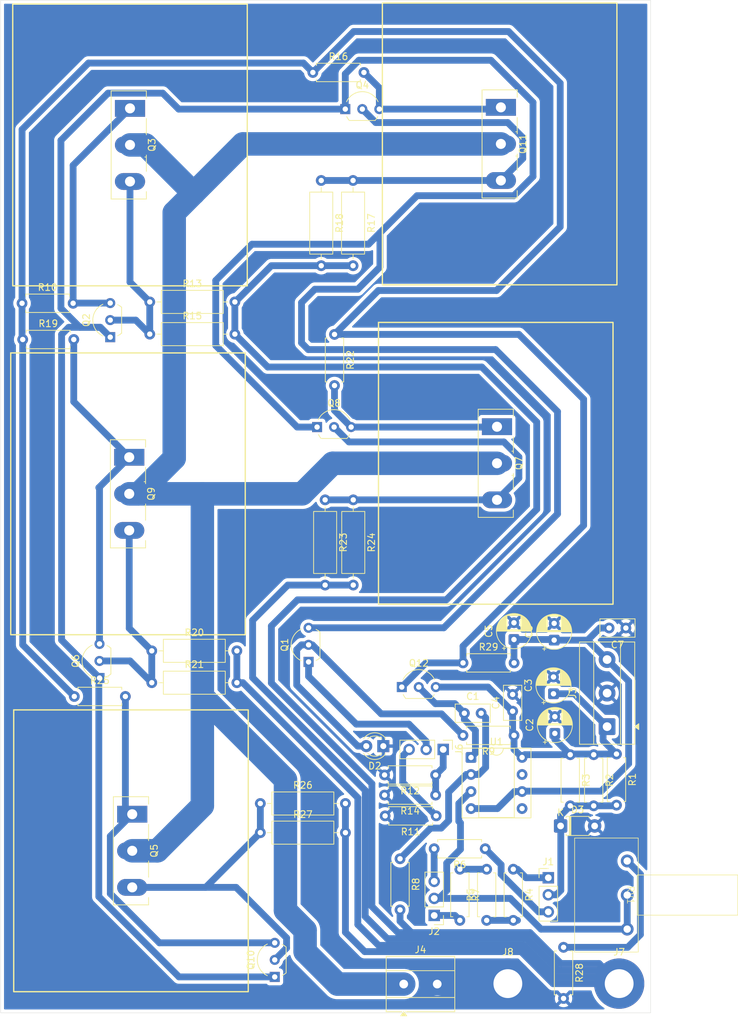
<source format=kicad_pcb>
(kicad_pcb (version 20241229) (generator "pcbnew") (generator_version "9.0")
  (layers (0 "F.Cu" signal) (2 "B.Cu" signal) (13 "F.Paste" user) (15 "B.Paste" user) (5 "F.SilkS" user "F.Silkscreen") (7 "B.SilkS" user "B.Silkscreen") (1 "F.Mask" user) (3 "B.Mask" user) (25 "Edge.Cuts" user))
  (net 0 "")
  (net 1 "/B")
  (net 2 "Net-(U1A--)")
  (net 3 "VCC")
  (net 4 "GND")
  (net 5 "Net-(D2-A)")
  (net 6 "Net-(D3-K)")
  (net 7 "Net-(J1-Pin_1)")
  (net 8 "Net-(J1-Pin_3)")
  (net 9 "Net-(J2-Pin_2)")
  (net 10 "Net-(J2-Pin_1)")
  (net 11 "Net-(J2-Pin_3)")
  (net 12 "SRC+")
  (net 13 "Net-(C1-Pad1)")
  (net 14 "Net-(Q5-B)")
  (net 15 "Net-(J6-Pin_3)")
  (net 16 "Net-(J6-Pin_2)")
  (net 17 "Net-(J6-Pin_1)")
  (net 18 "/E")
  (net 19 "Net-(Q1-Pad3)")
  (net 20 "Net-(Q3-E)")
  (net 21 "Net-(Q3-B)")
  (net 22 "Net-(Q11-B)")
  (net 23 "Net-(Q11-E)")
  (net 24 "Net-(Q9-E)")
  (net 25 "Net-(Q9-B)")
  (net 26 "Net-(Q7-E)")
  (net 27 "Net-(Q7-B)")
  (net 28 "Net-(R4-Pad2)")
  (net 29 "Net-(R5-Pad2)")
  (net 30 "Net-(R28-Pad1)")
  (net 32 "Net-(Q5-E)")
  (net 33 "VSS")
  (footprint "Resistor_THT:R_Axial_DIN0309_L9.0mm_D3.2mm_P12.70mm_Horizontal" (layer "F.Cu") (at 77.31825 90.7 -90)
    (property "Reference" "R23")
    (property "Value" "0.5")
  )
  (footprint "Resistor_THT:R_Axial_DIN0207_L6.3mm_D2.5mm_P7.62mm_Horizontal" (layer "F.Cu") (at 97.425 145.75 -90)
    (property "Reference" "R7")
    (property "Value" "220")
  )
  (footprint "TerminalBlock_MetzConnect:TerminalBlock_MetzConnect_Type055_RT01502HDWU_1x02_P5.00mm_Horizontal" (layer "F.Cu") (at 89.05 162.8675)
    (property "Reference" "J4")
    (property "Value" "Screw_Terminal_01x02")
  )
  (footprint "Resistor_THT:R_Axial_DIN0309_L9.0mm_D3.2mm_P12.70mm_Horizontal" (layer "F.Cu") (at 51.15 66)
    (property "Reference" "R15")
    (property "Value" "0.5")
  )
  (footprint "Resistor_THT:R_Axial_DIN0207_L6.3mm_D2.5mm_P7.62mm_Horizontal" (layer "F.Cu") (at 88.5 144.19 -90)
    (property "Reference" "R8")
    (property "Value" "2.2k")
  )
  (footprint "Package_TO_SOT_THT:TO-92L_Inline_Wide" (layer "F.Cu") (at 76.11825 79.85)
    (property "Reference" "Q8")
    (property "Value" "2N2222A")
  )
  (footprint "Capacitor_THT:C_Disc_D5.0mm_W2.5mm_P2.50mm" (layer "F.Cu") (at 98.1 122.5)
    (property "Reference" "C1")
    (property "Value" "1n")
  )
  (footprint "Resistor_THT:R_Axial_DIN0207_L6.3mm_D2.5mm_P7.62mm_Horizontal" (layer "F.Cu") (at 93.81 131.7 180)
    (property "Reference" "R12")
    (property "Value" "4.7")
  )
  (footprint "Resistor_THT:R_Axial_DIN0207_L6.3mm_D2.5mm_P7.62mm_Horizontal" (layer "F.Cu") (at 75.49 27)
    (property "Reference" "R16")
    (property "Value" "220")
  )
  (footprint "Resistor_THT:R_Axial_DIN0207_L6.3mm_D2.5mm_P7.62mm_Horizontal" (layer "F.Cu") (at 93.89 137.8 180)
    (property "Reference" "R11")
    (property "Value" "33")
  )
  (footprint "Resistor_THT:R_Axial_DIN0309_L9.0mm_D3.2mm_P12.70mm_Horizontal" (layer "F.Cu") (at 81.488612 43.099999 -90)
    (property "Reference" "R17")
    (property "Value" "0.5")
  )
  (footprint "MountingHole:MountingHole_4.3mm_M4_DIN965_Pad" (layer "F.Cu") (at 121.2 162.8)
    (property "Reference" "J7")
    (property "Value" "LOAD+")
  )
  (footprint "Resistor_THT:R_Axial_DIN0309_L9.0mm_D3.2mm_P12.70mm_Horizontal" (layer "F.Cu") (at 67.649135 140.3)
    (property "Reference" "R27")
    (property "Value" "0.5")
  )
  (footprint "Resistor_THT:R_Axial_DIN0207_L6.3mm_D2.5mm_P7.62mm_Horizontal" (layer "F.Cu") (at 97.9 115)
    (property "Reference" "R29")
    (property "Value" "100k")
  )
  (footprint "Resistor_THT:R_Axial_DIN0309_L9.0mm_D3.2mm_P12.70mm_Horizontal" (layer "F.Cu") (at 51.45 113.2)
    (property "Reference" "R20")
    (property "Value" "0.5")
  )
  (footprint "Resistor_THT:R_Axial_DIN0207_L6.3mm_D2.5mm_P7.62mm_Horizontal" (layer "F.Cu") (at 93.81 134.7 180)
    (property "Reference" "R14")
    (property "Value" "4.7")
  )
  (footprint "LED_THT:LED_D3.0mm" (layer "F.Cu") (at 86 127.4 180)
    (property "Reference" "D2")
    (property "Value" "LED")
  )
  (footprint "Capacitor_THT:CP_Radial_D5.0mm_P2.50mm" (layer "F.Cu") (at 111.5 111.605113 90)
    (property "Reference" "C6")
    (property "Value" "10u")
  )
  (footprint "Resistor_THT:R_Axial_DIN0207_L6.3mm_D2.5mm_P7.62mm_Horizontal" (layer "F.Cu") (at 113.9 128.68 -90)
    (property "Reference" "R3")
    (property "Value" "470")
  )
  (footprint "Connector_PinHeader_2.54mm:PinHeader_1x03_P2.54mm_Vertical" (layer "F.Cu") (at 94.94 127.9 -90)
    (property "Reference" "J6")
    (property "Value" "Conn_01x03_Pin")
  )
  (footprint "Resistor_THT:R_Axial_DIN0309_L9.0mm_D3.2mm_P12.70mm_Horizontal" (layer "F.Cu") (at 81.51825 90.7 -90)
    (property "Reference" "R24")
    (property "Value" "0.5")
  )
  (footprint "TerminalBlock_MetzConnect:TerminalBlock_MetzConnect_Type055_RT01503HDWU_1x03_P5.00mm_Horizontal" (layer "F.Cu") (at 119.4 124.5 90)
    (property "Reference" "J3")
    (property "Value" "Screw_Terminal_01x03")
  )
  (footprint "Capacitor_THT:CP_Radial_D5.0mm_P2.50mm" (layer "F.Cu") (at 111.4 119.6 90)
    (property "Reference" "C3")
    (property "Value" "10u")
  )
  (footprint "Resistor_THT:R_Axial_DIN0309_L9.0mm_D3.2mm_P12.70mm_Horizontal" (layer "F.Cu") (at 76.738612 43.099999 -90)
    (property "Reference" "R18")
    (property "Value" "0.5")
  )
  (footprint "Package_TO_SOT_THT:TO-92L_Inline_Wide" (layer "F.Cu") (at 45.25 66.45 90)
    (property "Reference" "Q2")
    (property "Value" "2N2222A")
  )
  (footprint "Capacitor_THT:C_Disc_D5.0mm_W2.5mm_P2.50mm" (layer "F.Cu") (at 122.2 109.8 180)
    (property "Reference" "C7")
    (property "Value" "100n")
  )
  (footprint "Resistor_THT:R_Axial_DIN0309_L9.0mm_D3.2mm_P12.70mm_Horizontal" (layer "F.Cu") (at 67.649135 135.953349)
    (property "Reference" "R26")
    (property "Value" "0.5")
  )
  (footprint "Package_TO_SOT_THT:TO-247-3_Vertical" (layer "F.Cu") (at 103.549517 32.199999 -90)
    (property "Reference" "Q11")
    (property "Value" "TIP142")
  )
  (footprint "Package_TO_SOT_THT:TO-247-3_Vertical" (layer "F.Cu") (at 48.531152 137.553349 -90)
    (property "Reference" "Q5")
    (property "Value" "TIP142")
  )
  (footprint "Resistor_THT:R_Axial_DIN0207_L6.3mm_D2.5mm_P7.62mm_Horizontal" (layer "F.Cu") (at 78.71825 66.04 -90)
    (property "Reference" "R22")
    (property "Value" "220")
  )
  (footprint "Resistor_THT:R_Axial_DIN0309_L9.0mm_D3.2mm_P12.70mm_Horizontal" (layer "F.Cu") (at 51.15 61.2)
    (property "Reference" "R13")
    (property "Value" "0.5")
  )
  (footprint "Resistor_THT:R_Axial_DIN0207_L6.3mm_D2.5mm_P7.62mm_Horizontal" (layer "F.Cu") (at 105.4 145.75 -90)
    (property "Reference" "R4")
    (property "Value" "3.3k")
  )
  (footprint "Package_DIP:DIP-8_W7.62mm_Socket" (layer "F.Cu") (at 99.09 129.09)
    (property "Reference" "U1")
    (property "Value" "LM358")
  )
  (footprint "Package_TO_SOT_THT:TO-247-3_Vertical" (layer "F.Cu") (at 48.085 84.35 -90)
    (property "Reference" "Q9")
    (property "Value" "TIP142")
  )
  (footprint "Resistor_THT:R_Axial_DIN0207_L6.3mm_D2.5mm_P7.62mm_Horizontal" (layer "F.Cu") (at 39.89 120)
    (property "Reference" "R25")
    (property "Value" "220")
  )
  (footprint "Resistor_THT:R_Axial_DIN0207_L6.3mm_D2.5mm_P7.62mm_Horizontal" (layer "F.Cu") (at 101.425 153.37 90)
    (property "Reference" "R5")
    (property "Value" "3.3k")
  )
  (footprint "Diode_THT:D_T-1_P5.08mm_Horizontal" (layer "F.Cu") (at 112.46 139.3)
    (property "Reference" "D3")
    (property "Value" "BZX85C3V3")
  )
  (footprint "Package_TO_SOT_THT:TO-247-3_Vertical" (layer "F.Cu") (at 48.2 32.35 -90)
    (property "Reference" "Q3")
    (property "Value" "TIP142")
  )
  (footprint "Capacitor_THT:C_Disc_D5.0mm_W2.5mm_P2.50mm" (layer "F.Cu") (at 105.3 122.2 90)
    (property "Reference" "C4")
    (property "Value" "100n")
  )
  (footprint "Resistor_THT:R_Axial_DIN0207_L6.3mm_D2.5mm_P7.62mm_Horizontal" (layer "F.Cu") (at 101.21 142.7 180)
    (property "Reference" "R6")
    (property "Value" "39k")
  )
  (footprint "Connector_PinHeader_2.54mm:PinHeader_1x03_P2.54mm_Vertical" (layer "F.Cu") (at 110.625 147.02)
    (property "Reference" "J1")
    (property "Value" "Conn_01x03_Pin")
  )
  (footprint "Resistor_THT:R_Axial_DIN0309_L9.0mm_D3.2mm_P12.70mm_Horizontal" (layer "F.Cu") (at 51.45 117.95)
    (property "Reference" "R21")
    (property "Value" "0.5")
  )
  (footprint "Connector_PinHeader_2.54mm:PinHeader_1x03_P2.54mm_Vertical" (layer "F.Cu") (at 93.6 152.64 180)
    (property "Reference" "J2")
    (property "Value" "Conn_01x03_Pin")
  )
  (footprint "Resistor_THT:R_Axial_DIN0207_L6.3mm_D2.5mm_P7.62mm_Horizontal" (layer "F.Cu") (at 117.4 128.68 -90)
    (property "Reference" "R2")
    (property "Value" "470")
  )
  (footprint "Package_TO_SOT_THT:TO-92L_Inline_Wide" (layer "F.Cu") (at 80.33 32.46)
    (property "Reference" "Q4")
    (property "Value" "2N2222A")
  )
  (footprint "Package_TO_SOT_THT:TO-92L_Inline_Wide" (layer "F.Cu") (at 88.76 118.6)
    (property "Reference" "Q12")
    (property "Value" "2N2222A")
  )
  (footprint "Package_TO_SOT_THT:TO-92L_Inline_Wide" (layer "F.Cu") (at 69.8 161.8 90)
    (property "Reference" "Q10")
    (property "Value" "2N2222A")
  )
  (footprint "Resistor_THT:R_Axial_DIN0207_L6.3mm_D2.5mm_P7.62mm_Horizontal" (layer "F.Cu") (at 112.9 157.39 -90)
    (property "Reference" "R28")
    (property "Value" "360")
  )
  (footprint "Resistor_THT:R_Axial_DIN0207_L6.3mm_D2.5mm_P7.62mm_Horizontal" (layer "F.Cu") (at 105.51 125.8 180)
    (property "Reference" "R9")
    (property "Value" "470")
  )
  (footprint "Resistor_THT:R_Axial_DIN0207_L6.3mm_D2.5mm_P7.62mm_Horizontal" (layer "F.Cu") (at 32.19 66.8)
    (property "Reference" "R19")
    (property "Value" "220")
  )
  (footprint "Resistor_THT:R_Axial_DIN0207_L6.3mm_D2.5mm_P7.62mm_Horizontal" (layer "F.Cu") (at 120.8 128.58 -90)
    (property "Reference" "R1")
    (property "Value" "470")
  )
  (footprint "Resistor_THT:R_Axial_DIN0207_L6.3mm_D2.5mm_P7.62mm_Horizontal" (layer "F.Cu") (at 32.09 61.4)
    (property "Reference" "R10")
    (property "Value" "220")
  )
  (footprint "Capacitor_THT:CP_Radial_D5.0mm_P2.50mm" (layer "F.Cu") (at 105.5 111.515113 90)
    (property "Reference" "C5")
    (property "Value" "100u")
  )
  (footprint "Package_TO_SOT_THT:TO-247-3_Vertical" (layer "F.Cu") (at 102.969878 79.8 -90)
    (property "Reference" "Q7")
    (property "Value" "TIP142")
  )
  (footprint "Capacitor_THT:CP_Radial_D5.0mm_P2.50mm" (layer "F.Cu") (at 111.6 125.505113 90)
    (property "Reference" "C2")
    (property "Value" "100u")
  )
  (footprint "Kicad_TitoSync_Footprints:Potentiometer" (layer "F.Cu") (at 122.4 149.6 -90)
    (property "Reference" "RV1")
    (property "Value" "10k")
  )
  (footprint "Package_TO_SOT_THT:TO-92L_Inline_Wide" (layer "F.Cu") (at 74.85 114.85 90)
    (property "Reference" "Q1")
    (property "Value" "2N2222A")
  )
  (footprint "Package_TO_SOT_THT:TO-92L_Inline_Wide" (layer "F.Cu") (at 43.65 117.25 90)
    (property "Reference" "Q6")
    (property "Value" "2N2222A")
  )
  (footprint "MountingHole:MountingHole_4.3mm_M4_DIN965_Pad" (layer "F.Cu") (at 104.589775 162.8)
    (property "Reference" "J8")
    (property "Value" "LOAD-")
  )
  (gr_rect (start 30.846152 122.003349) (end 65.846152 164.003349) (stroke (width 0.2)) (fill no) (layer "F.SilkS"))
  (gr_rect (start 30.4 68.8) (end 65.4 110.8) (stroke (width 0.2)) (fill no) (layer "F.SilkS"))
  (gr_rect (start 85.284878 64.25) (end 120.284878 106.25) (stroke (width 0.2)) (fill no) (layer "F.SilkS"))
  (gr_rect (start 85.864517 16.649999) (end 120.864517 58.649999) (stroke (width 0.2)) (fill no) (layer "F.SilkS"))
  (gr_rect (start 30.7 16.8) (end 65.7 58.8) (stroke (width 0.2)) (fill no) (layer "F.SilkS"))
  (gr_rect (start 28.9 16.25) (end 125.9 167.15) (stroke (width 0.05)) (fill no) (layer "Edge.Cuts"))
  (segment (start 32.09 61.4) (end 32.09 35.51) (width 1.016) (layer "B.Cu") (net 1))
  (segment (start 39.89 120) (end 32.19 112.3) (width 1.016) (layer "B.Cu") (net 1))
  (segment (start 32.19 112.3) (end 32.19 66.8) (width 1.016) (layer "B.Cu") (net 1))
  (segment (start 115.9 75.7) (end 106.24 66.04) (width 1.016) (layer "B.Cu") (net 1))
  (segment (start 102.9 59.5) (end 112.4 50) (width 1.016) (layer "B.Cu") (net 1))
  (segment (start 112.4 50) (end 112.4 28.6) (width 1.016) (layer "B.Cu") (net 1))
  (segment (start 106.24 66.04) (end 78.71825 66.04) (width 1.016) (layer "B.Cu") (net 1))
  (segment (start 32.09 35.51) (end 42 25.6) (width 1.016) (layer "B.Cu") (net 1))
  (segment (start 92.36 115) (end 97.9 115) (width 1.016) (layer "B.Cu") (net 1))
  (segment (start 42 25.6) (end 74.09 25.6) (width 1.016) (layer "B.Cu") (net 1))
  (segment (start 112.4 28.6) (end 104.7 20.9) (width 1.016) (layer "B.Cu") (net 1))
  (segment (start 115.9 94.5) (end 115.9 75.7) (width 1.016) (layer "B.Cu") (net 1))
  (segment (start 81.59 20.9) (end 75.49 27) (width 1.016) (layer "B.Cu") (net 1))
  (segment (start 78.71825 66.04) (end 85.25825 59.5) (width 1.016) (layer "B.Cu") (net 1))
  (segment (start 32.09 61.4) (end 32.09 66.7) (width 1.016) (layer "B.Cu") (net 1))
  (segment (start 88.76 118.6) (end 92.36 115) (width 1.016) (layer "B.Cu") (net 1))
  (segment (start 97.9 115) (end 97.9 112.5) (width 1.016) (layer "B.Cu") (net 1))
  (segment (start 97.9 112.5) (end 115.9 94.5) (width 1.016) (layer "B.Cu") (net 1))
  (segment (start 85.25825 59.5) (end 102.9 59.5) (width 1.016) (layer "B.Cu") (net 1))
  (segment (start 104.7 20.9) (end 81.59 20.9) (width 1.016) (layer "B.Cu") (net 1))
  (segment (start 74.09 25.6) (end 75.49 27) (width 1.016) (layer "B.Cu") (net 1))
  (segment (start 101.275 130.57637) (end 101.275 123.175) (width 1.016) (layer "B.Cu") (net 2))
  (segment (start 99.09 131.63) (end 100.22137 131.63) (width 1.016) (layer "B.Cu") (net 2))
  (segment (start 101.275 123.175) (end 100.6 122.5) (width 1.016) (layer "B.Cu") (net 2))
  (segment (start 88.5 144.19) (end 93.073 139.617) (width 1.016) (layer "B.Cu") (net 2))
  (segment (start 93.073 139.617) (end 94.642627 139.617) (width 1.016) (layer "B.Cu") (net 2))
  (segment (start 100.22137 131.63) (end 101.275 130.57637) (width 1.016) (layer "B.Cu") (net 2))
  (segment (start 98.377 131.63) (end 99.09 131.63) (width 1.016) (layer "B.Cu") (net 2))
  (segment (start 95.748 134.259) (end 98.377 131.63) (width 1.016) (layer "B.Cu") (net 2))
  (segment (start 95.748 138.511627) (end 95.748 134.259) (width 1.016) (layer "B.Cu") (net 2))
  (segment (start 94.642627 139.617) (end 95.748 138.511627) (width 1.016) (layer "B.Cu") (net 2))
  (segment (start 105.3 122.2) (end 105.3 125.59) (width 1.016) (layer "B.Cu") (net 3))
  (segment (start 111.4 119.6) (end 114.5 119.6) (width 1.016) (layer "B.Cu") (net 3))
  (segment (start 120.8 128.58) (end 114 128.58) (width 1.016) (layer "B.Cu") (net 3))
  (segment (start 113.9 128.68) (end 107.12 128.68) (width 1.016) (layer "B.Cu") (net 3))
  (segment (start 105.3 125.59) (end 105.51 125.8) (width 1.016) (layer "B.Cu") (net 3))
  (segment (start 118.8 126.58) (end 120.8 128.58) (width 1.016) (layer "B.Cu") (net 3))
  (segment (start 105.51 127.89) (end 106.71 129.09) (width 1.016) (layer "B.Cu") (net 3))
  (segment (start 118.8 124.25) (end 118.8 126.58) (width 1.016) (layer "B.Cu") (net 3))
  (segment (start 114.5 119.6) (end 119.4 124.5) (width 1.016) (layer "B.Cu") (net 3))
  (segment (start 107.12 128.68) (end 106.71 129.09) (width 1.016) (layer "B.Cu") (net 3))
  (segment (start 105.51 125.8) (end 105.51 127.89) (width 1.016) (layer "B.Cu") (net 3))
  (segment (start 93.84 118.6) (end 101.630373 118.6) (width 1.016) (layer "B.Cu") (net 3))
  (segment (start 111.6 125.505113) (end 111.6 126.38) (width 1.016) (layer "B.Cu") (net 3))
  (segment (start 111.6 126.38) (end 113.9 128.68) (width 1.016) (layer "B.Cu") (net 3))
  (segment (start 107 128.8) (end 106.71 129.09) (width 1.016) (layer "B.Cu") (net 3))
  (segment (start 101.630373 118.6) (end 105.230373 122.2) (width 1.016) (layer "B.Cu") (net 3))
  (segment (start 104.589775 162.8) (end 93.1265 162.8) (width 3.5) (layer "B.Cu") (net 4))
  (segment (start 93.1265 162.8) (end 93.059 162.8675) (width 3.5) (layer "B.Cu") (net 4))
  (segment (start 73.083 113.01634) (end 73.78934 112.31) (width 1.016) (layer "B.Cu") (net 5))
  (segment (start 74.85 112.31) (end 75.41 112.31) (width 1.016) (layer "B.Cu") (net 5))
  (segment (start 75.41 112.31) (end 85.7 122.6) (width 1.016) (layer "B.Cu") (net 5))
  (segment (start 82.187208 127.4) (end 73.083 118.295792) (width 1.016) (layer "B.Cu") (net 5))
  (segment (start 73.78934 112.31) (end 74.85 112.31) (width 1.016) (layer "B.Cu") (net 5))
  (segment (start 73.083 118.295792) (end 73.083 113.01634) (width 1.016) (layer "B.Cu") (net 5))
  (segment (start 94.69 122.6) (end 97.89 125.8) (width 1.016) (layer "B.Cu") (net 5))
  (segment (start 83.46 127.4) (end 82.187208 127.4) (width 1.016) (layer "B.Cu") (net 5))
  (segment (start 85.7 122.6) (end 94.69 122.6) (width 1.016) (layer "B.Cu") (net 5))
  (segment (start 120.7 136.3) (end 113.9 136.3) (width 1.016) (layer "B.Cu") (net 6))
  (segment (start 111.827081 149.56) (end 110.625 149.56) (width 1.016) (layer "B.Cu") (net 6))
  (segment (start 112.46 139.3) (end 112.46 137.74) (width 1.016) (layer "B.Cu") (net 6))
  (segment (start 112.492 139.332) (end 112.492 148.895081) (width 1.016) (layer "B.Cu") (net 6))
  (segment (start 112.492 148.895081) (end 111.827081 149.56) (width 1.016) (layer "B.Cu") (net 6))
  (segment (start 112.46 137.74) (end 113.9 136.3) (width 1.016) (layer "B.Cu") (net 6))
  (segment (start 107.295 147.02) (end 106.025 145.75) (width 1.016) (layer "B.Cu") (net 7))
  (segment (start 110.625 147.02) (end 107.295 147.02) (width 1.016) (layer "B.Cu") (net 7))
  (segment (start 103.583 146.502627) (end 109.180373 152.1) (width 1.016) (layer "B.Cu") (net 8))
  (segment (start 101.21 142.7) (end 103.583 145.073) (width 1.016) (layer "B.Cu") (net 8))
  (segment (start 109.180373 152.1) (end 110.625 152.1) (width 1.016) (layer "B.Cu") (net 8))
  (segment (start 103.583 145.073) (end 103.583 146.502627) (width 1.016) (layer "B.Cu") (net 8))
  (segment (start 104.956676 150.1) (end 109.536676 154.68) (width 1.016) (layer "B.Cu") (net 9))
  (segment (start 97.273 135.957373) (end 97.273 138.603373) (width 1.016) (layer "B.Cu") (net 9))
  (segment (start 94.3 150.1) (end 93.6 150.1) (width 1.016) (layer "B.Cu") (net 9))
  (segment (start 93.6 150.1) (end 104.956676 150.1) (width 1.016) (layer "B.Cu") (net 9))
  (segment (start 97.273 138.603373) (end 97.517 138.847373) (width 1.016) (layer "B.Cu") (net 9))
  (segment (start 122.4 154.68) (end 122.4 149.6) (width 1.016) (layer "B.Cu") (net 9))
  (segment (start 95.467 148.933) (end 94.3 150.1) (width 1.016) (layer "B.Cu") (net 9))
  (segment (start 95.467 144.833) (end 95.467 148.933) (width 1.016) (layer "B.Cu") (net 9))
  (segment (start 97.517 138.847373) (end 97.517 142.783) (width 1.016) (layer "B.Cu") (net 9))
  (segment (start 99.060373 134.17) (end 97.273 135.957373) (width 1.016) (layer "B.Cu") (net 9))
  (segment (start 109.536676 154.68) (end 122.4 154.68) (width 1.016) (layer "B.Cu") (net 9))
  (segment (start 97.517 142.783) (end 95.467 144.833) (width 1.016) (layer "B.Cu") (net 9))
  (segment (start 93.6 152.64) (end 96.695 152.64) (width 1.016) (layer "B.Cu") (net 10))
  (segment (start 96.695 152.64) (end 97.425 153.37) (width 1.016) (layer "B.Cu") (net 10))
  (segment (start 93.59 142.7) (end 93.59 147.55) (width 1.016) (layer "B.Cu") (net 11))
  (segment (start 48.085 89.8) (end 49.5 89.8) (width 3.5) (layer "B.Cu") (net 12))
  (segment (start 48.085 89.8) (end 59 89.8) (width 3.5) (layer "B.Cu") (net 12))
  (segment (start 54.8 84.5) (end 54.8 47.9) (width 3.5) (layer "B.Cu") (net 12))
  (segment (start 79.1675 162.8675) (end 74.334 158.034) (width 3.5) (layer "B.Cu") (net 12))
  (segment (start 65.050001 37.649999) (end 57.7 45) (width 3.5) (layer "B.Cu") (net 12))
  (segment (start 52.281152 143.003349) (end 59 136.284501) (width 3.5) (layer "B.Cu") (net 12))
  (segment (start 48.531152 143.003349) (end 52.281152 143.003349) (width 3.5) (layer "B.Cu") (net 12))
  (segment (start 59 120) (end 59 89.8) (width 3.5) (layer "B.Cu") (net 12))
  (segment (start 59 136.284501) (end 59 120) (width 3.5) (layer "B.Cu") (net 12))
  (segment (start 57.7 45) (end 50.5 37.8) (width 3.5) (layer "B.Cu") (net 12))
  (segment (start 49.5 89.8) (end 54.8 84.5) (width 3.5) (layer "B.Cu") (net 12))
  (segment (start 50.5 37.8) (end 48.2 37.8) (width 3.5) (layer "B.Cu") (net 12))
  (segment (start 59 89.8) (end 73.89217 89.8) (width 3.5) (layer "B.Cu") (net 12))
  (segment (start 74.334 154.841956) (end 71.4 151.907956) (width 3.5) (layer "B.Cu") (net 12))
  (segment (start 78.44217 85.25) (end 102.969878 85.25) (width 3.5) (layer "B.Cu") (net 12))
  (segment (start 54.8 47.9) (end 57.7 45) (width 3.5) (layer "B.Cu") (net 12))
  (segment (start 71.4 132.4) (end 59 120) (width 3.5) (layer "B.Cu") (net 12))
  (segment (start 71.4 151.907956) (end 71.4 132.4) (width 3.5) (layer "B.Cu") (net 12))
  (segment (start 74.334 158.034) (end 74.334 154.841956) (width 3.5) (layer "B.Cu") (net 12))
  (segment (start 73.89217 89.8) (end 78.44217 85.25) (width 3.5) (layer "B.Cu") (net 12))
  (segment (start 89.05 162.8675) (end 79.1675 162.8675) (width 3.5) (layer "B.Cu") (net 12))
  (segment (start 103.549517 37.649999) (end 65.050001 37.649999) (width 3.5) (layer "B.Cu") (net 12))
  (segment (start 99.75 125.090373) (end 99.75 128.43) (width 1.016) (layer "B.Cu") (net 13))
  (segment (start 93.775 121.075) (end 96.675 121.075) (width 1.016) (layer "B.Cu") (net 13))
  (segment (start 96.675 121.075) (end 98.1 122.5) (width 1.016) (layer "B.Cu") (net 13))
  (segment (start 99.75 128.43) (end 99.09 129.09) (width 1.016) (layer "B.Cu") (net 13))
  (segment (start 98.1 122.5) (end 98.1 123.440373) (width 1.016) (layer "B.Cu") (net 13))
  (segment (start 98.1 123.440373) (end 99.75 125.090373) (width 1.016) (layer "B.Cu") (net 13))
  (segment (start 91.3 118.6) (end 93.775 121.075) (width 1.016) (layer "B.Cu") (net 13))
  (segment (start 69.8 156.72) (end 52.591781 156.72) (width 1.016) (layer "B.Cu") (net 14))
  (segment (start 45.264152 149.392371) (end 45.264152 140.820349) (width 1.016) (layer "B.Cu") (net 14))
  (segment (start 47.51 136.532197) (end 48.531152 137.553349) (width 1.016) (layer "B.Cu") (net 14))
  (segment (start 47.51 120) (end 47.51 136.532197) (width 1.016) (layer "B.Cu") (net 14))
  (segment (start 52.591781 156.72) (end 45.264152 149.392371) (width 1.016) (layer "B.Cu") (net 14))
  (segment (start 45.264152 140.820349) (end 48.531152 137.553349) (width 1.016) (layer "B.Cu") (net 14))
  (segment (start 88.9 132.81) (end 88.9 128.86) (width 1.016) (layer "B.Cu") (net 15))
  (segment (start 88.9 128.86) (end 89.86 127.9) (width 1.016) (layer "B.Cu") (net 15))
  (segment (start 93.89 137.8) (end 88.9 132.81) (width 1.016) (layer "B.Cu") (net 15))
  (segment (start 89.827081 124.125) (end 81.968324 124.125) (width 1.016) (layer "B.Cu") (net 16))
  (segment (start 92.4 126.697919) (end 89.827081 124.125) (width 1.016) (layer "B.Cu") (net 16))
  (segment (start 74.85 117.006676) (end 74.85 114.85) (width 1.016) (layer "B.Cu") (net 16))
  (segment (start 81.968324 124.125) (end 74.85 117.006676) (width 1.016) (layer "B.Cu") (net 16))
  (segment (start 92.4 127.9) (end 92.4 126.697919) (width 1.016) (layer "B.Cu") (net 16))
  (segment (start 94.94 130.57) (end 93.81 131.7) (width 1.016) (layer "B.Cu") (net 17))
  (segment (start 94.94 127.9) (end 94.94 130.57) (width 1.016) (layer "B.Cu") (net 17))
  (segment (start 93.81 134.7) (end 93.81 131.7) (width 1.016) (layer "B.Cu") (net 17))
  (segment (start 84.3 151.3) (end 84.3 133) (width 1.016) (layer "B.Cu") (net 18))
  (segment (start 83.3 134) (end 83.3 152.8) (width 1.016) (layer "B.Cu") (net 18))
  (segment (start 66.5 108.658417) (end 66.5 117.2) (width 1.016) (layer "B.Cu") (net 18))
  (segment (start 90.2 155.2) (end 107.9 155.2) (width 1.016) (layer "B.Cu") (net 18))
  (segment (start 85.3 157.1) (end 82.2 154) (width 1.016) (layer "B.Cu") (net 18))
  (segment (start 100.7 70.9) (end 68.75 70.9) (width 1.016) (layer "B.Cu") (net 18))
  (segment (start 84.3 133) (end 69.3 118) (width 1.016) (layer "B.Cu") (net 18))
  (segment (start 66.5 117.2) (end 83.3 134) (width 1.016) (layer "B.Cu") (net 18))
  (segment (start 77.31825 103.4) (end 71.758417 103.4) (width 1.016) (layer "B.Cu") (net 18))
  (segment (start 88.2 155.2) (end 84.3 151.3) (width 1.016) (layer "B.Cu") (net 18))
  (segment (start 90.2 155.2) (end 88.2 155.2) (width 1.016) (layer "B.Cu") (net 18))
  (segment (start 73.2 105.6) (end 95.4 105.6) (width 1.016) (layer "B.Cu") (net 18))
  (segment (start 107 157.1) (end 85.3 157.1) (width 1.016) (layer "B.Cu") (net 18))
  (segment (start 107.9 155.2) (end 112.5 159.8) (width 1.016) (layer "B.Cu") (net 18))
  (segment (start 111.7 161.8) (end 107 157.1) (width 1.016) (layer "B.Cu") (net 18))
  (segment (start 63.85 66) (end 63.85 61.2) (width 1.016) (layer "B.Cu") (net 18))
  (segment (start 64.15 117.95) (end 64.15 113.2) (width 1.016) (layer "B.Cu") (net 18))
  (segment (start 80.349135 140.3) (end 80.349135 135.953349) (width 1.016) (layer "B.Cu") (net 18))
  (segment (start 83.3 152.8) (end 86.6 156.1) (width 1.016) (layer "B.Cu") (net 18))
  (segment (start 80.349135 155.149135) (end 83.233 158.033) (width 1.016) (layer "B.Cu") (net 18))
  (segment (start 108.9 92.1) (end 108.9 79.1) (width 1.016) (layer "B.Cu") (net 18))
  (segment (start 95.4 105.6) (end 108.9 92.1) (width 1.016) (layer "B.Cu") (net 18))
  (segment (start 111.331332 162.8) (end 121.2 162.8) (width 1.016) (layer "B.Cu") (net 18))
  (segment (start 69.300001 55.799999) (end 76.738612 55.799999) (width 1.016) (layer "B.Cu") (net 18))
  (segment (start 112.5 159.8) (end 118.2 159.8) (width 1.016) (layer "B.Cu") (net 18))
  (segment (start 107.4 156.1) (end 112.1 160.8) (width 1.016) (layer "B.Cu") (net 18))
  (segment (start 86.6 156.1) (end 107.4 156.1) (width 1.016) (layer "B.Cu") (net 18))
  (segment (start 69.3 109.5) (end 73.2 105.6) (width 1.016) (layer "B.Cu") (net 18))
  (segment (start 63.9 61.2) (end 69.300001 55.799999) (width 1.016) (layer "B.Cu") (net 18))
  (segment (start 76.738612 55.799999) (end 81.488612 55.799999) (width 1.016) (layer "B.Cu") (net 18))
  (segment (start 120.2 161.8) (end 111.7 161.8) (width 1.016) (layer "B.Cu") (net 18))
  (segment (start 65.05 117.95) (end 64.15 117.95) (width 1.016) (layer "B.Cu") (net 18))
  (segment (start 88.5 153.5) (end 90.2 155.2) (width 1.016) (layer "B.Cu") (net 18))
  (segment (start 118.2 159.8) (end 121.2 162.8) (width 1.016) (layer "B.Cu") (net 18))
  (segment (start 88.5 151.81) (end 88.5 153.5) (width 1.016) (layer "B.Cu") (net 18))
  (segment (start 106.564332 158.033) (end 111.331332 162.8) (width 1.016) (layer "B.Cu") (net 18))
  (segment (start 69.3 118) (end 69.3 109.5) (width 1.016) (layer "B.Cu") (net 18))
  (segment (start 68.75 70.9) (end 63.85 66) (width 1.016) (layer "B.Cu") (net 18))
  (segment (start 82.2 135.1) (end 65.05 117.95) (width 1.016) (layer "B.Cu") (net 18))
  (segment (start 112.1 160.8) (end 119.2 160.8) (width 1.016) (layer "B.Cu") (net 18))
  (segment (start 83.233 158.033) (end 106.564332 158.033) (width 1.016) (layer "B.Cu") (net 18))
  (segment (start 77.31825 103.4) (end 81.51825 103.4) (width 1.016) (layer "B.Cu") (net 18))
  (segment (start 80.349135 140.3) (end 80.349135 155.149135) (width 1.016) (layer "B.Cu") (net 18))
  (segment (start 108.9 79.1) (end 100.7 70.9) (width 1.016) (layer "B.Cu") (net 18))
  (segment (start 71.758417 103.4) (end 66.5 108.658417) (width 1.016) (layer "B.Cu") (net 18))
  (segment (start 82.2 154) (end 82.2 135.1) (width 1.016) (layer "B.Cu") (net 18))
  (segment (start 73.8 61.3) (end 75.8 59.3) (width 1.016) (layer "B.Cu") (net 19))
  (segment (start 102.756676 68.3) (end 74.8 68.3) (width 1.016) (layer "B.Cu") (net 19))
  (segment (start 53.083 30.083) (end 55.46 32.46) (width 1.016) (layer "B.Cu") (net 19))
  (segment (start 73.15 79.85) (end 61 67.7) (width 1.016) (layer "B.Cu") (net 19))
  (segment (start 74.85 109.77) (end 95.03 109.77) (width 1.016) (layer "B.Cu") (net 19))
  (segment (start 80.33 27.210373) (end 80.33 32.46) (width 1.016) (layer "B.Cu") (net 19))
  (segment (start 43.783 64.983) (end 40.723373 64.983) (width 1.016) (layer "B.Cu") (net 19))
  (segment (start 45.25 66.45) (end 43.783 64.983) (width 1.016) (layer "B.Cu") (net 19))
  (segment (start 85.5 50.9) (end 91.033001 45.366999) (width 1.016) (layer "B.Cu") (net 19))
  (segment (start 73.8 67.3) (end 73.8 61.3) (width 1.016) (layer "B.Cu") (net 19))
  (segment (start 43.55 117.15) (end 43.55 149.834895) (width 1.016) (layer "B.Cu") (net 19))
  (segment (start 66.4 52.6) (end 83.8 52.6) (width 1.016) (layer "B.Cu") (net 19))
  (segment (start 95.03 109.77) (end 112 92.8) (width 1.016) (layer "B.Cu") (net 19))
  (segment (start 37.893 62.152627) (end 37.893 37.123) (width 1.016) (layer "B.Cu") (net 19))
  (segment (start 83.8 52.6) (end 85.5 50.9) (width 1.016) (layer "B.Cu") (net 19))
  (segment (start 82.357373 25.183) (end 80.33 27.210373) (width 1.016) (layer "B.Cu") (net 19))
  (segment (start 37.893 37.123) (end 44.933 30.083) (width 1.016) (layer "B.Cu") (net 19))
  (segment (start 40.723373 64.983) (end 37.893 62.152627) (width 1.016) (layer "B.Cu") (net 19))
  (segment (start 112 92.8) (end 112 77.543324) (width 1.016) (layer "B.Cu") (net 19))
  (segment (start 44.933 30.083) (end 53.083 30.083) (width 1.016) (layer "B.Cu") (net 19))
  (segment (start 55.46 32.46) (end 80.33 32.46) (width 1.016) (layer "B.Cu") (net 19))
  (segment (start 39.057373 64.983) (end 37.993 66.047373) (width 1.016) (layer "B.Cu") (net 19))
  (segment (start 108.341517 42.514021) (end 108.341517 31.457999) (width 1.016) (layer "B.Cu") (net 19))
  (segment (start 61 67.7) (end 61 58) (width 1.016) (layer "B.Cu") (net 19))
  (segment (start 37.993 66.047373) (end 37.993 111.593) (width 1.016) (layer "B.Cu") (net 19))
  (segment (start 43.783 64.983) (end 39.057373 64.983) (width 1.016) (layer "B.Cu") (net 19))
  (segment (start 102.066518 25.183) (end 82.357373 25.183) (width 1.016) (layer "B.Cu") (net 19))
  (segment (start 105.488539 45.366999) (end 108.341517 42.514021) (width 1.016) (layer "B.Cu") (net 19))
  (segment (start 85.5 56) (end 85.5 50.9) (width 1.016) (layer "B.Cu") (net 19))
  (segment (start 74.8 68.3) (end 73.8 67.3) (width 1.016) (layer "B.Cu") (net 19))
  (segment (start 55.515105 161.8) (end 69.8 161.8) (width 1.016) (layer "B.Cu") (net 19))
  (segment (start 43.55 149.834895) (end 55.515105 161.8) (width 1.016) (layer "B.Cu") (net 19))
  (segment (start 76.11825 79.85) (end 73.15 79.85) (width 1.016) (layer "B.Cu") (net 19))
  (segment (start 82.2 59.3) (end 85.5 56) (width 1.016) (layer "B.Cu") (net 19))
  (segment (start 75.8 59.3) (end 82.2 59.3) (width 1.016) (layer "B.Cu") (net 19))
  (segment (start 37.993 111.593) (end 43.55 117.15) (width 1.016) (layer "B.Cu") (net 19))
  (segment (start 91.033001 45.366999) (end 105.488539 45.366999) (width 1.016) (layer "B.Cu") (net 19))
  (segment (start 112 77.543324) (end 102.756676 68.3) (width 1.016) (layer "B.Cu") (net 19))
  (segment (start 108.341517 31.457999) (end 102.066518 25.183) (width 1.016) (layer "B.Cu") (net 19))
  (segment (start 61 58) (end 66.4 52.6) (width 1.016) (layer "B.Cu") (net 19))
  (segment (start 51.15 61.2) (end 51.15 66) (width 1.016) (layer "B.Cu") (net 20))
  (segment (start 48.2 58.25) (end 51.15 61.2) (width 1.016) (layer "B.Cu") (net 20))
  (segment (start 49.06 63.91) (end 45.25 63.91) (width 1.016) (layer "B.Cu") (net 20))
  (segment (start 51.15 66) (end 49.06 63.91) (width 1.016) (layer "B.Cu") (net 20))
  (segment (start 48.2 43.25) (end 48.2 58.25) (width 1.016) (layer "B.Cu") (net 20))
  (segment (start 45.25 61.37) (end 39.74 61.37) (width 1.016) (layer "B.Cu") (net 21))
  (segment (start 39.71 40.84) (end 48.2 32.35) (width 1.016) (layer "B.Cu") (net 21))
  (segment (start 39.71 61.4) (end 39.71 40.84) (width 1.016) (layer "B.Cu") (net 21))
  (segment (start 85.41 29.3) (end 83.11 27) (width 1.016) (layer "B.Cu") (net 22))
  (segment (start 85.41 32.46) (end 103.289516 32.46) (width 1.016) (layer "B.Cu") (net 22))
  (segment (start 85.41 32.46) (end 85.41 29.3) (width 1.016) (layer "B.Cu") (net 22))
  (segment (start 82.87 32.46) (end 84.876999 34.466999) (width 1.016) (layer "B.Cu") (net 23))
  (segment (start 84.876999 34.466999) (end 104.572539 34.466999) (width 1.016) (layer "B.Cu") (net 23))
  (segment (start 81.488612 43.099999) (end 103.549517 43.099999) (width 1.016) (layer "B.Cu") (net 23))
  (segment (start 106.816517 36.710977) (end 106.816517 39.832999) (width 1.016) (layer "B.Cu") (net 23))
  (segment (start 106.816517 39.832999) (end 103.549517 43.099999) (width 1.016) (layer "B.Cu") (net 23))
  (segment (start 76.738612 43.099999) (end 81.488612 43.099999) (width 1.016) (layer "B.Cu") (net 23))
  (segment (start 104.572539 34.466999) (end 106.816517 36.710977) (width 1.016) (layer "B.Cu") (net 23))
  (segment (start 51.45 113.2) (end 51.45 117.95) (width 1.016) (layer "B.Cu") (net 24))
  (segment (start 48.085 95.25) (end 48.085 109.835) (width 1.016) (layer "B.Cu") (net 24))
  (segment (start 48.085 109.835) (end 51.45 113.2) (width 1.016) (layer "B.Cu") (net 24))
  (segment (start 51.45 117.95) (end 48.21 114.71) (width 1.016) (layer "B.Cu") (net 24))
  (segment (start 48.21 114.71) (end 43.65 114.71) (width 1.016) (layer "B.Cu") (net 24))
  (segment (start 43.55 88.885) (end 43.65 88.985) (width 1.016) (layer "B.Cu") (net 25))
  (segment (start 43.55 88.885) (end 48.085 84.35) (width 1.016) (layer "B.Cu") (net 25))
  (segment (start 39.81 66.8) (end 39.81 76.075) (width 1.016) (layer "B.Cu") (net 25))
  (segment (start 39.81 76.075) (end 48.085 84.35) (width 1.016) (layer "B.Cu") (net 25))
  (segment (start 43.65 88.985) (end 43.65 112.17) (width 1.016) (layer "B.Cu") (net 25))
  (segment (start 78.65825 79.85) (end 80.87525 82.067) (width 1.016) (layer "B.Cu") (net 26))
  (segment (start 78.154878 90.63) (end 78.224878 90.7) (width 0.4) (layer "B.Cu") (net 26))
  (segment (start 106.236878 87.433) (end 102.969878 90.7) (width 1.016) (layer "B.Cu") (net 26))
  (segment (start 80.87525 82.067) (end 103.9929 82.067) (width 1.016) (layer "B.Cu") (net 26))
  (segment (start 102.969878 90.7) (end 77.31825 90.7) (width 1.016) (layer "B.Cu") (net 26))
  (segment (start 106.236878 84.310978) (end 106.236878 87.433) (width 1.016) (layer "B.Cu") (net 26))
  (segment (start 103.9929 82.067) (end 106.236878 84.310978) (width 1.016) (layer "B.Cu") (net 26))
  (segment (start 78.224878 90.7) (end 81.51825 90.7) (width 0.4) (layer "B.Cu") (net 26))
  (segment (start 78.71825 73.66) (end 78.71825 77.37) (width 1.016) (layer "B.Cu") (net 27))
  (segment (start 78.71825 77.37) (end 81.19825 79.85) (width 1.016) (layer "B.Cu") (net 27))
  (segment (start 81.19825 79.85) (end 102.919878 79.85) (width 1.016) (layer "B.Cu") (net 27))
  (segment (start 106.025 153.37) (end 101.425 153.37) (width 1.016) (layer "B.Cu") (net 28))
  (segment (start 101.425 145.75) (end 97.425 145.75) (width 1.016) (layer "B.Cu") (net 29))
  (segment (start 124.3695 146.4895) (end 122.4 144.52) (width 1.016) (layer "B.Cu") (net 30))
  (segment (start 124.3695 155.495794) (end 124.3695 146.4895) (width 1.016) (layer "B.Cu") (net 30))
  (segment (start 122.475294 157.39) (end 124.3695 155.495794) (width 1.016) (layer "B.Cu") (net 30))
  (segment (start 112.9 157.39) (end 122.475294 157.39) (width 1.016) (layer "B.Cu") (net 30))
  (segment (start 71.567 155.988084) (end 64.032265 148.453349) (width 1.016) (layer "B.Cu") (net 32))
  (segment (start 59.495786 148.453349) (end 67.649135 140.3) (width 1.016) (layer "B.Cu") (net 32))
  (segment (start 67.649135 140.3) (end 67.649135 135.953349) (width 1.016) (layer "B.Cu") (net 32))
  (segment (start 71.567 157.493) (end 71.567 155.988084) (width 1.016) (layer "B.Cu") (net 32))
  (segment (start 48.531152 148.453349) (end 59.495786 148.453349) (width 1.016) (layer "B.Cu") (net 32))
  (segment (start 69.8 159.26) (end 71.567 157.493) (width 1.016) (layer "B.Cu") (net 32))
  (segment (start 64.032265 148.453349) (end 48.531152 148.453349) (width 1.016) (layer "B.Cu") (net 32))
  (segment (start 122.617 117.717) (end 122.617 130.018627) (width 1.016) (layer "B.Cu") (net 33))
  (segment (start 106.71 134.17) (end 105.57863 134.17) (width 1.016) (layer "B.Cu") (net 33))
  (segment (start 105.57863 134.17) (end 103.03863 136.71) (width 1.016) (layer "B.Cu") (net 33))
  (segment (start 118.522627 134.113) (end 106.767 134.113) (width 1.016) (layer "B.Cu") (net 33))
  (segment (start 119.4 114.5) (end 122.617 117.717) (width 1.016) (layer "B.Cu") (net 33))
  (segment (start 103.03863 136.71) (end 99.09 136.71) (width 1.016) (layer "B.Cu") (net 33))
  (segment (start 105.5 114.98) (end 105.5 111.515113) (width 1.016) (layer "B.Cu") (net 33))
  (segment (start 122.617 130.018627) (end 118.522627 134.113) (width 1.016) (layer "B.Cu") (net 33))
  (segment (start 111.5 111.605113) (end 116.505113 111.605113) (width 1.016) (layer "B.Cu") (net 33))
  (segment (start 119.7 109.8) (end 118.310226 109.8) (width 1.016) (layer "B.Cu") (net 33))
  (segment (start 116.505113 111.605113) (end 119.4 114.5) (width 1.016) (layer "B.Cu") (net 33))
  (segment (start 105.5 111.515113) (end 111.41 111.515113) (width 1.016) (layer "B.Cu") (net 33))
  (segment (start 118.310226 109.8) (end 116.505113 111.605113) (width 1.016) (layer "B.Cu") (net 33))
  (zone (net 4) (net_name "GND") (layer "B.Cu") (connect_pads (clearance 0.5)) (min_thickness 0.25) (fill yes (thermal_gap 0.5) (thermal_bridge_width 0.5))
    (polygon (pts (xy 28.8 16.2) (xy 125.9 16.2) (xy 125.9 167.1) (xy 28.8 167.1)))
  )
)
</source>
